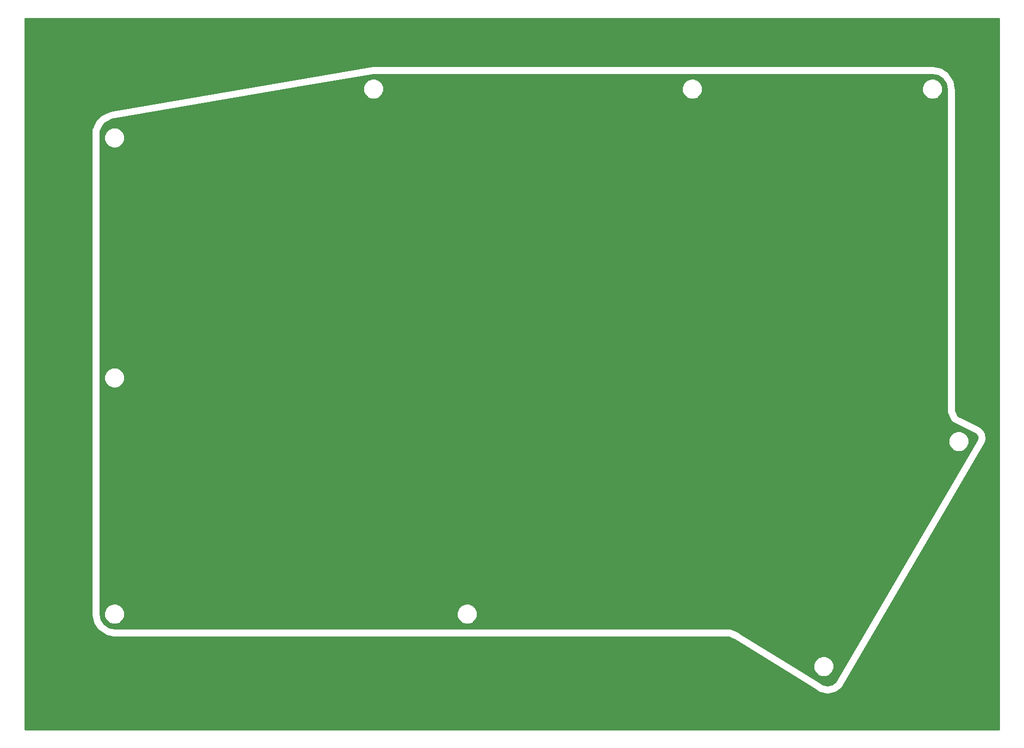
<source format=gbr>
G04 #@! TF.FileFunction,Copper,L2,Bot,Signal*
%FSLAX46Y46*%
G04 Gerber Fmt 4.6, Leading zero omitted, Abs format (unit mm)*
G04 Created by KiCad (PCBNEW 4.0.7) date 03/06/18 14:00:37*
%MOMM*%
%LPD*%
G01*
G04 APERTURE LIST*
%ADD10C,0.100000*%
%ADD11C,0.254000*%
G04 APERTURE END LIST*
D10*
D11*
G36*
X222123000Y-152273000D02*
X57277000Y-152273000D01*
X57277000Y-50800000D01*
X68505000Y-50800000D01*
X68505000Y-132715000D01*
X68518642Y-132783584D01*
X68518642Y-132853514D01*
X68760324Y-134068534D01*
X68841168Y-134263707D01*
X68866339Y-134324475D01*
X69554593Y-135354519D01*
X69750481Y-135550407D01*
X70780525Y-136238661D01*
X70855489Y-136269712D01*
X71036466Y-136344676D01*
X72251487Y-136586358D01*
X72321416Y-136586358D01*
X72390000Y-136600000D01*
X176362392Y-136600000D01*
X177453672Y-137145640D01*
X190750805Y-145377199D01*
X191614566Y-145954345D01*
X191870507Y-146060359D01*
X192901485Y-146265434D01*
X193178514Y-146265434D01*
X194209493Y-146060360D01*
X194465434Y-145954345D01*
X195339455Y-145370343D01*
X195354730Y-145355068D01*
X195374154Y-145345620D01*
X195452180Y-145257618D01*
X195535343Y-145174455D01*
X195543609Y-145154500D01*
X195557941Y-145138335D01*
X219687941Y-103863334D01*
X219718265Y-103775572D01*
X219759786Y-103692530D01*
X219906117Y-103158186D01*
X219911969Y-103075845D01*
X219925756Y-102881854D01*
X219856463Y-102332185D01*
X219788136Y-102127207D01*
X219768859Y-102069374D01*
X219494492Y-101588063D01*
X219342200Y-101412470D01*
X219312982Y-101378781D01*
X218875312Y-101039105D01*
X218812764Y-101007831D01*
X218757521Y-100964957D01*
X216217522Y-99694957D01*
X215159203Y-99165797D01*
X214705000Y-98257392D01*
X214705000Y-43815000D01*
X214691358Y-43746416D01*
X214691358Y-43676487D01*
X214449676Y-42461466D01*
X214343661Y-42205526D01*
X214343661Y-42205525D01*
X213655407Y-41175481D01*
X213459519Y-40979593D01*
X212429475Y-40291339D01*
X212173534Y-40185324D01*
X210958514Y-39943642D01*
X210888584Y-39943642D01*
X210820000Y-39930000D01*
X116205000Y-39930000D01*
X116145590Y-39941818D01*
X116085035Y-39940208D01*
X71635036Y-47560208D01*
X71537854Y-47597469D01*
X71437478Y-47624957D01*
X70167478Y-48259957D01*
X70077578Y-48329729D01*
X69982954Y-48392954D01*
X69347954Y-49027954D01*
X69284729Y-49122578D01*
X69214957Y-49212478D01*
X68579957Y-50482478D01*
X68573219Y-50507084D01*
X68559046Y-50528295D01*
X68536844Y-50639913D01*
X68506787Y-50749669D01*
X68509977Y-50774977D01*
X68505000Y-50800000D01*
X57277000Y-50800000D01*
X57277000Y-31877000D01*
X222123000Y-31877000D01*
X222123000Y-152273000D01*
X222123000Y-152273000D01*
G37*
X222123000Y-152273000D02*
X57277000Y-152273000D01*
X57277000Y-50800000D01*
X68505000Y-50800000D01*
X68505000Y-132715000D01*
X68518642Y-132783584D01*
X68518642Y-132853514D01*
X68760324Y-134068534D01*
X68841168Y-134263707D01*
X68866339Y-134324475D01*
X69554593Y-135354519D01*
X69750481Y-135550407D01*
X70780525Y-136238661D01*
X70855489Y-136269712D01*
X71036466Y-136344676D01*
X72251487Y-136586358D01*
X72321416Y-136586358D01*
X72390000Y-136600000D01*
X176362392Y-136600000D01*
X177453672Y-137145640D01*
X190750805Y-145377199D01*
X191614566Y-145954345D01*
X191870507Y-146060359D01*
X192901485Y-146265434D01*
X193178514Y-146265434D01*
X194209493Y-146060360D01*
X194465434Y-145954345D01*
X195339455Y-145370343D01*
X195354730Y-145355068D01*
X195374154Y-145345620D01*
X195452180Y-145257618D01*
X195535343Y-145174455D01*
X195543609Y-145154500D01*
X195557941Y-145138335D01*
X219687941Y-103863334D01*
X219718265Y-103775572D01*
X219759786Y-103692530D01*
X219906117Y-103158186D01*
X219911969Y-103075845D01*
X219925756Y-102881854D01*
X219856463Y-102332185D01*
X219788136Y-102127207D01*
X219768859Y-102069374D01*
X219494492Y-101588063D01*
X219342200Y-101412470D01*
X219312982Y-101378781D01*
X218875312Y-101039105D01*
X218812764Y-101007831D01*
X218757521Y-100964957D01*
X216217522Y-99694957D01*
X215159203Y-99165797D01*
X214705000Y-98257392D01*
X214705000Y-43815000D01*
X214691358Y-43746416D01*
X214691358Y-43676487D01*
X214449676Y-42461466D01*
X214343661Y-42205526D01*
X214343661Y-42205525D01*
X213655407Y-41175481D01*
X213459519Y-40979593D01*
X212429475Y-40291339D01*
X212173534Y-40185324D01*
X210958514Y-39943642D01*
X210888584Y-39943642D01*
X210820000Y-39930000D01*
X116205000Y-39930000D01*
X116145590Y-39941818D01*
X116085035Y-39940208D01*
X71635036Y-47560208D01*
X71537854Y-47597469D01*
X71437478Y-47624957D01*
X70167478Y-48259957D01*
X70077578Y-48329729D01*
X69982954Y-48392954D01*
X69347954Y-49027954D01*
X69284729Y-49122578D01*
X69214957Y-49212478D01*
X68579957Y-50482478D01*
X68573219Y-50507084D01*
X68559046Y-50528295D01*
X68536844Y-50639913D01*
X68506787Y-50749669D01*
X68509977Y-50774977D01*
X68505000Y-50800000D01*
X57277000Y-50800000D01*
X57277000Y-31877000D01*
X222123000Y-31877000D01*
X222123000Y-152273000D01*
G36*
X211757993Y-41550488D02*
X212553183Y-42081817D01*
X213084512Y-42877007D01*
X213285000Y-43884931D01*
X213285000Y-98425000D01*
X213289977Y-98450023D01*
X213286787Y-98475331D01*
X213316844Y-98585087D01*
X213339046Y-98696705D01*
X213353219Y-98717916D01*
X213359957Y-98742522D01*
X213994957Y-100012522D01*
X214049540Y-100082852D01*
X214093628Y-100160193D01*
X214133704Y-100191296D01*
X214164807Y-100231372D01*
X214242148Y-100275460D01*
X214312478Y-100330043D01*
X218059932Y-102203770D01*
X218330790Y-102413983D01*
X218465277Y-102649906D01*
X218499242Y-102919339D01*
X218414897Y-103227337D01*
X194414585Y-144280503D01*
X193793950Y-144695197D01*
X193040002Y-144845167D01*
X192286050Y-144695197D01*
X191529455Y-144189657D01*
X191517877Y-144184861D01*
X191508712Y-144176312D01*
X186889166Y-141316593D01*
X190659677Y-141316593D01*
X190669975Y-141632507D01*
X190669699Y-141948599D01*
X190681184Y-141976395D01*
X190682164Y-142006453D01*
X190902901Y-142539359D01*
X190915954Y-142544581D01*
X190933281Y-142586515D01*
X191420918Y-143075004D01*
X191465149Y-143093370D01*
X191470641Y-143107099D01*
X191766448Y-143218481D01*
X192058373Y-143339699D01*
X192088448Y-143339725D01*
X192116593Y-143350323D01*
X192432507Y-143340025D01*
X192748599Y-143340301D01*
X192776395Y-143328816D01*
X192806453Y-143327836D01*
X193339359Y-143107099D01*
X193344581Y-143094046D01*
X193386515Y-143076719D01*
X193875004Y-142589082D01*
X193893370Y-142544851D01*
X193907099Y-142539359D01*
X194018481Y-142243552D01*
X194139699Y-141951627D01*
X194139725Y-141921552D01*
X194150323Y-141893407D01*
X194140025Y-141577493D01*
X194140301Y-141261401D01*
X194128816Y-141233605D01*
X194127836Y-141203547D01*
X193907099Y-140670641D01*
X193894046Y-140665419D01*
X193876719Y-140623485D01*
X193389082Y-140134996D01*
X193344851Y-140116630D01*
X193339359Y-140102901D01*
X193043552Y-139991519D01*
X192751627Y-139870301D01*
X192721552Y-139870275D01*
X192693407Y-139859677D01*
X192377493Y-139869975D01*
X192061401Y-139869699D01*
X192033605Y-139881184D01*
X192003547Y-139882164D01*
X191470641Y-140102901D01*
X191465419Y-140115954D01*
X191423485Y-140133281D01*
X190934996Y-140620918D01*
X190916630Y-140665149D01*
X190902901Y-140670641D01*
X190791519Y-140966448D01*
X190670301Y-141258373D01*
X190670275Y-141288448D01*
X190659677Y-141316593D01*
X186889166Y-141316593D01*
X178173712Y-135921312D01*
X178143231Y-135909910D01*
X178117522Y-135889957D01*
X176847522Y-135254957D01*
X176822916Y-135248219D01*
X176801705Y-135234046D01*
X176690087Y-135211844D01*
X176580331Y-135181787D01*
X176555023Y-135184977D01*
X176530000Y-135180000D01*
X72459931Y-135180000D01*
X71452007Y-134979512D01*
X70656817Y-134448183D01*
X70125488Y-133652993D01*
X69925000Y-132645069D01*
X69925000Y-132426593D01*
X70644677Y-132426593D01*
X70654975Y-132742507D01*
X70654699Y-133058599D01*
X70666184Y-133086395D01*
X70667164Y-133116453D01*
X70887901Y-133649359D01*
X70900954Y-133654581D01*
X70918281Y-133696515D01*
X71405918Y-134185004D01*
X71450149Y-134203370D01*
X71455641Y-134217099D01*
X71751448Y-134328481D01*
X72043373Y-134449699D01*
X72073448Y-134449725D01*
X72101593Y-134460323D01*
X72417507Y-134450025D01*
X72733599Y-134450301D01*
X72761395Y-134438816D01*
X72791453Y-134437836D01*
X73324359Y-134217099D01*
X73329581Y-134204046D01*
X73371515Y-134186719D01*
X73860004Y-133699082D01*
X73878370Y-133654851D01*
X73892099Y-133649359D01*
X74003481Y-133353552D01*
X74124699Y-133061627D01*
X74124725Y-133031552D01*
X74135323Y-133003407D01*
X74125025Y-132687493D01*
X74125252Y-132426593D01*
X130334677Y-132426593D01*
X130344975Y-132742507D01*
X130344699Y-133058599D01*
X130356184Y-133086395D01*
X130357164Y-133116453D01*
X130577901Y-133649359D01*
X130590954Y-133654581D01*
X130608281Y-133696515D01*
X131095918Y-134185004D01*
X131140149Y-134203370D01*
X131145641Y-134217099D01*
X131441448Y-134328481D01*
X131733373Y-134449699D01*
X131763448Y-134449725D01*
X131791593Y-134460323D01*
X132107507Y-134450025D01*
X132423599Y-134450301D01*
X132451395Y-134438816D01*
X132481453Y-134437836D01*
X133014359Y-134217099D01*
X133019581Y-134204046D01*
X133061515Y-134186719D01*
X133550004Y-133699082D01*
X133568370Y-133654851D01*
X133582099Y-133649359D01*
X133693481Y-133353552D01*
X133814699Y-133061627D01*
X133814725Y-133031552D01*
X133825323Y-133003407D01*
X133815025Y-132687493D01*
X133815301Y-132371401D01*
X133803816Y-132343605D01*
X133802836Y-132313547D01*
X133582099Y-131780641D01*
X133569046Y-131775419D01*
X133551719Y-131733485D01*
X133064082Y-131244996D01*
X133019851Y-131226630D01*
X133014359Y-131212901D01*
X132718552Y-131101519D01*
X132426627Y-130980301D01*
X132396552Y-130980275D01*
X132368407Y-130969677D01*
X132052493Y-130979975D01*
X131736401Y-130979699D01*
X131708605Y-130991184D01*
X131678547Y-130992164D01*
X131145641Y-131212901D01*
X131140419Y-131225954D01*
X131098485Y-131243281D01*
X130609996Y-131730918D01*
X130591630Y-131775149D01*
X130577901Y-131780641D01*
X130466519Y-132076448D01*
X130345301Y-132368373D01*
X130345275Y-132398448D01*
X130334677Y-132426593D01*
X74125252Y-132426593D01*
X74125301Y-132371401D01*
X74113816Y-132343605D01*
X74112836Y-132313547D01*
X73892099Y-131780641D01*
X73879046Y-131775419D01*
X73861719Y-131733485D01*
X73374082Y-131244996D01*
X73329851Y-131226630D01*
X73324359Y-131212901D01*
X73028552Y-131101519D01*
X72736627Y-130980301D01*
X72706552Y-130980275D01*
X72678407Y-130969677D01*
X72362493Y-130979975D01*
X72046401Y-130979699D01*
X72018605Y-130991184D01*
X71988547Y-130992164D01*
X71455641Y-131212901D01*
X71450419Y-131225954D01*
X71408485Y-131243281D01*
X70919996Y-131730918D01*
X70901630Y-131775149D01*
X70887901Y-131780641D01*
X70776519Y-132076448D01*
X70655301Y-132368373D01*
X70655275Y-132398448D01*
X70644677Y-132426593D01*
X69925000Y-132426593D01*
X69925000Y-103216593D01*
X213519677Y-103216593D01*
X213529975Y-103532507D01*
X213529699Y-103848599D01*
X213541184Y-103876395D01*
X213542164Y-103906453D01*
X213762901Y-104439359D01*
X213775954Y-104444581D01*
X213793281Y-104486515D01*
X214280918Y-104975004D01*
X214325149Y-104993370D01*
X214330641Y-105007099D01*
X214626448Y-105118481D01*
X214918373Y-105239699D01*
X214948448Y-105239725D01*
X214976593Y-105250323D01*
X215292507Y-105240025D01*
X215608599Y-105240301D01*
X215636395Y-105228816D01*
X215666453Y-105227836D01*
X216199359Y-105007099D01*
X216204581Y-104994046D01*
X216246515Y-104976719D01*
X216735004Y-104489082D01*
X216753370Y-104444851D01*
X216767099Y-104439359D01*
X216878481Y-104143552D01*
X216999699Y-103851627D01*
X216999725Y-103821552D01*
X217010323Y-103793407D01*
X217000025Y-103477493D01*
X217000301Y-103161401D01*
X216988816Y-103133605D01*
X216987836Y-103103547D01*
X216767099Y-102570641D01*
X216754046Y-102565419D01*
X216736719Y-102523485D01*
X216249082Y-102034996D01*
X216204851Y-102016630D01*
X216199359Y-102002901D01*
X215903552Y-101891519D01*
X215611627Y-101770301D01*
X215581552Y-101770275D01*
X215553407Y-101759677D01*
X215237493Y-101769975D01*
X214921401Y-101769699D01*
X214893605Y-101781184D01*
X214863547Y-101782164D01*
X214330641Y-102002901D01*
X214325419Y-102015954D01*
X214283485Y-102033281D01*
X213794996Y-102520918D01*
X213776630Y-102565149D01*
X213762901Y-102570641D01*
X213651519Y-102866448D01*
X213530301Y-103158373D01*
X213530275Y-103188448D01*
X213519677Y-103216593D01*
X69925000Y-103216593D01*
X69925000Y-92421593D01*
X70644677Y-92421593D01*
X70654975Y-92737507D01*
X70654699Y-93053599D01*
X70666184Y-93081395D01*
X70667164Y-93111453D01*
X70887901Y-93644359D01*
X70900954Y-93649581D01*
X70918281Y-93691515D01*
X71405918Y-94180004D01*
X71450149Y-94198370D01*
X71455641Y-94212099D01*
X71751448Y-94323481D01*
X72043373Y-94444699D01*
X72073448Y-94444725D01*
X72101593Y-94455323D01*
X72417507Y-94445025D01*
X72733599Y-94445301D01*
X72761395Y-94433816D01*
X72791453Y-94432836D01*
X73324359Y-94212099D01*
X73329581Y-94199046D01*
X73371515Y-94181719D01*
X73860004Y-93694082D01*
X73878370Y-93649851D01*
X73892099Y-93644359D01*
X74003481Y-93348552D01*
X74124699Y-93056627D01*
X74124725Y-93026552D01*
X74135323Y-92998407D01*
X74125025Y-92682493D01*
X74125301Y-92366401D01*
X74113816Y-92338605D01*
X74112836Y-92308547D01*
X73892099Y-91775641D01*
X73879046Y-91770419D01*
X73861719Y-91728485D01*
X73374082Y-91239996D01*
X73329851Y-91221630D01*
X73324359Y-91207901D01*
X73028552Y-91096519D01*
X72736627Y-90975301D01*
X72706552Y-90975275D01*
X72678407Y-90964677D01*
X72362493Y-90974975D01*
X72046401Y-90974699D01*
X72018605Y-90986184D01*
X71988547Y-90987164D01*
X71455641Y-91207901D01*
X71450419Y-91220954D01*
X71408485Y-91238281D01*
X70919996Y-91725918D01*
X70901630Y-91770149D01*
X70887901Y-91775641D01*
X70776519Y-92071448D01*
X70655301Y-92363373D01*
X70655275Y-92393448D01*
X70644677Y-92421593D01*
X69925000Y-92421593D01*
X69925000Y-51781593D01*
X70644677Y-51781593D01*
X70654975Y-52097507D01*
X70654699Y-52413599D01*
X70666184Y-52441395D01*
X70667164Y-52471453D01*
X70887901Y-53004359D01*
X70900954Y-53009581D01*
X70918281Y-53051515D01*
X71405918Y-53540004D01*
X71450149Y-53558370D01*
X71455641Y-53572099D01*
X71751448Y-53683481D01*
X72043373Y-53804699D01*
X72073448Y-53804725D01*
X72101593Y-53815323D01*
X72417507Y-53805025D01*
X72733599Y-53805301D01*
X72761395Y-53793816D01*
X72791453Y-53792836D01*
X73324359Y-53572099D01*
X73329581Y-53559046D01*
X73371515Y-53541719D01*
X73860004Y-53054082D01*
X73878370Y-53009851D01*
X73892099Y-53004359D01*
X74003481Y-52708552D01*
X74124699Y-52416627D01*
X74124725Y-52386552D01*
X74135323Y-52358407D01*
X74125025Y-52042493D01*
X74125301Y-51726401D01*
X74113816Y-51698605D01*
X74112836Y-51668547D01*
X73892099Y-51135641D01*
X73879046Y-51130419D01*
X73861719Y-51088485D01*
X73374082Y-50599996D01*
X73329851Y-50581630D01*
X73324359Y-50567901D01*
X73028552Y-50456519D01*
X72736627Y-50335301D01*
X72706552Y-50335275D01*
X72678407Y-50324677D01*
X72362493Y-50334975D01*
X72046401Y-50334699D01*
X72018605Y-50346184D01*
X71988547Y-50347164D01*
X71455641Y-50567901D01*
X71450419Y-50580954D01*
X71408485Y-50598281D01*
X70919996Y-51085918D01*
X70901630Y-51130149D01*
X70887901Y-51135641D01*
X70776519Y-51431448D01*
X70655301Y-51723373D01*
X70655275Y-51753448D01*
X70644677Y-51781593D01*
X69925000Y-51781593D01*
X69925000Y-50967608D01*
X70433516Y-49950576D01*
X70905576Y-49478516D01*
X71978534Y-48942037D01*
X103568624Y-43526593D01*
X114459677Y-43526593D01*
X114469975Y-43842507D01*
X114469699Y-44158599D01*
X114481184Y-44186395D01*
X114482164Y-44216453D01*
X114702901Y-44749359D01*
X114715954Y-44754581D01*
X114733281Y-44796515D01*
X115220918Y-45285004D01*
X115265149Y-45303370D01*
X115270641Y-45317099D01*
X115566448Y-45428481D01*
X115858373Y-45549699D01*
X115888448Y-45549725D01*
X115916593Y-45560323D01*
X116232507Y-45550025D01*
X116548599Y-45550301D01*
X116576395Y-45538816D01*
X116606453Y-45537836D01*
X117139359Y-45317099D01*
X117144581Y-45304046D01*
X117186515Y-45286719D01*
X117675004Y-44799082D01*
X117693370Y-44754851D01*
X117707099Y-44749359D01*
X117818481Y-44453552D01*
X117939699Y-44161627D01*
X117939725Y-44131552D01*
X117950323Y-44103407D01*
X117940025Y-43787493D01*
X117940252Y-43526593D01*
X168434677Y-43526593D01*
X168444975Y-43842507D01*
X168444699Y-44158599D01*
X168456184Y-44186395D01*
X168457164Y-44216453D01*
X168677901Y-44749359D01*
X168690954Y-44754581D01*
X168708281Y-44796515D01*
X169195918Y-45285004D01*
X169240149Y-45303370D01*
X169245641Y-45317099D01*
X169541448Y-45428481D01*
X169833373Y-45549699D01*
X169863448Y-45549725D01*
X169891593Y-45560323D01*
X170207507Y-45550025D01*
X170523599Y-45550301D01*
X170551395Y-45538816D01*
X170581453Y-45537836D01*
X171114359Y-45317099D01*
X171119581Y-45304046D01*
X171161515Y-45286719D01*
X171650004Y-44799082D01*
X171668370Y-44754851D01*
X171682099Y-44749359D01*
X171793481Y-44453552D01*
X171914699Y-44161627D01*
X171914725Y-44131552D01*
X171925323Y-44103407D01*
X171915025Y-43787493D01*
X171915252Y-43526593D01*
X209074677Y-43526593D01*
X209084975Y-43842507D01*
X209084699Y-44158599D01*
X209096184Y-44186395D01*
X209097164Y-44216453D01*
X209317901Y-44749359D01*
X209330954Y-44754581D01*
X209348281Y-44796515D01*
X209835918Y-45285004D01*
X209880149Y-45303370D01*
X209885641Y-45317099D01*
X210181448Y-45428481D01*
X210473373Y-45549699D01*
X210503448Y-45549725D01*
X210531593Y-45560323D01*
X210847507Y-45550025D01*
X211163599Y-45550301D01*
X211191395Y-45538816D01*
X211221453Y-45537836D01*
X211754359Y-45317099D01*
X211759581Y-45304046D01*
X211801515Y-45286719D01*
X212290004Y-44799082D01*
X212308370Y-44754851D01*
X212322099Y-44749359D01*
X212433481Y-44453552D01*
X212554699Y-44161627D01*
X212554725Y-44131552D01*
X212565323Y-44103407D01*
X212555025Y-43787493D01*
X212555301Y-43471401D01*
X212543816Y-43443605D01*
X212542836Y-43413547D01*
X212322099Y-42880641D01*
X212309046Y-42875419D01*
X212291719Y-42833485D01*
X211804082Y-42344996D01*
X211759851Y-42326630D01*
X211754359Y-42312901D01*
X211458552Y-42201519D01*
X211166627Y-42080301D01*
X211136552Y-42080275D01*
X211108407Y-42069677D01*
X210792493Y-42079975D01*
X210476401Y-42079699D01*
X210448605Y-42091184D01*
X210418547Y-42092164D01*
X209885641Y-42312901D01*
X209880419Y-42325954D01*
X209838485Y-42343281D01*
X209349996Y-42830918D01*
X209331630Y-42875149D01*
X209317901Y-42880641D01*
X209206519Y-43176448D01*
X209085301Y-43468373D01*
X209085275Y-43498448D01*
X209074677Y-43526593D01*
X171915252Y-43526593D01*
X171915301Y-43471401D01*
X171903816Y-43443605D01*
X171902836Y-43413547D01*
X171682099Y-42880641D01*
X171669046Y-42875419D01*
X171651719Y-42833485D01*
X171164082Y-42344996D01*
X171119851Y-42326630D01*
X171114359Y-42312901D01*
X170818552Y-42201519D01*
X170526627Y-42080301D01*
X170496552Y-42080275D01*
X170468407Y-42069677D01*
X170152493Y-42079975D01*
X169836401Y-42079699D01*
X169808605Y-42091184D01*
X169778547Y-42092164D01*
X169245641Y-42312901D01*
X169240419Y-42325954D01*
X169198485Y-42343281D01*
X168709996Y-42830918D01*
X168691630Y-42875149D01*
X168677901Y-42880641D01*
X168566519Y-43176448D01*
X168445301Y-43468373D01*
X168445275Y-43498448D01*
X168434677Y-43526593D01*
X117940252Y-43526593D01*
X117940301Y-43471401D01*
X117928816Y-43443605D01*
X117927836Y-43413547D01*
X117707099Y-42880641D01*
X117694046Y-42875419D01*
X117676719Y-42833485D01*
X117189082Y-42344996D01*
X117144851Y-42326630D01*
X117139359Y-42312901D01*
X116843552Y-42201519D01*
X116551627Y-42080301D01*
X116521552Y-42080275D01*
X116493407Y-42069677D01*
X116177493Y-42079975D01*
X115861401Y-42079699D01*
X115833605Y-42091184D01*
X115803547Y-42092164D01*
X115270641Y-42312901D01*
X115265419Y-42325954D01*
X115223485Y-42343281D01*
X114734996Y-42830918D01*
X114716630Y-42875149D01*
X114702901Y-42880641D01*
X114591519Y-43176448D01*
X114470301Y-43468373D01*
X114470275Y-43498448D01*
X114459677Y-43526593D01*
X103568624Y-43526593D01*
X116265417Y-41350000D01*
X210750069Y-41350000D01*
X211757993Y-41550488D01*
X211757993Y-41550488D01*
G37*
X211757993Y-41550488D02*
X212553183Y-42081817D01*
X213084512Y-42877007D01*
X213285000Y-43884931D01*
X213285000Y-98425000D01*
X213289977Y-98450023D01*
X213286787Y-98475331D01*
X213316844Y-98585087D01*
X213339046Y-98696705D01*
X213353219Y-98717916D01*
X213359957Y-98742522D01*
X213994957Y-100012522D01*
X214049540Y-100082852D01*
X214093628Y-100160193D01*
X214133704Y-100191296D01*
X214164807Y-100231372D01*
X214242148Y-100275460D01*
X214312478Y-100330043D01*
X218059932Y-102203770D01*
X218330790Y-102413983D01*
X218465277Y-102649906D01*
X218499242Y-102919339D01*
X218414897Y-103227337D01*
X194414585Y-144280503D01*
X193793950Y-144695197D01*
X193040002Y-144845167D01*
X192286050Y-144695197D01*
X191529455Y-144189657D01*
X191517877Y-144184861D01*
X191508712Y-144176312D01*
X186889166Y-141316593D01*
X190659677Y-141316593D01*
X190669975Y-141632507D01*
X190669699Y-141948599D01*
X190681184Y-141976395D01*
X190682164Y-142006453D01*
X190902901Y-142539359D01*
X190915954Y-142544581D01*
X190933281Y-142586515D01*
X191420918Y-143075004D01*
X191465149Y-143093370D01*
X191470641Y-143107099D01*
X191766448Y-143218481D01*
X192058373Y-143339699D01*
X192088448Y-143339725D01*
X192116593Y-143350323D01*
X192432507Y-143340025D01*
X192748599Y-143340301D01*
X192776395Y-143328816D01*
X192806453Y-143327836D01*
X193339359Y-143107099D01*
X193344581Y-143094046D01*
X193386515Y-143076719D01*
X193875004Y-142589082D01*
X193893370Y-142544851D01*
X193907099Y-142539359D01*
X194018481Y-142243552D01*
X194139699Y-141951627D01*
X194139725Y-141921552D01*
X194150323Y-141893407D01*
X194140025Y-141577493D01*
X194140301Y-141261401D01*
X194128816Y-141233605D01*
X194127836Y-141203547D01*
X193907099Y-140670641D01*
X193894046Y-140665419D01*
X193876719Y-140623485D01*
X193389082Y-140134996D01*
X193344851Y-140116630D01*
X193339359Y-140102901D01*
X193043552Y-139991519D01*
X192751627Y-139870301D01*
X192721552Y-139870275D01*
X192693407Y-139859677D01*
X192377493Y-139869975D01*
X192061401Y-139869699D01*
X192033605Y-139881184D01*
X192003547Y-139882164D01*
X191470641Y-140102901D01*
X191465419Y-140115954D01*
X191423485Y-140133281D01*
X190934996Y-140620918D01*
X190916630Y-140665149D01*
X190902901Y-140670641D01*
X190791519Y-140966448D01*
X190670301Y-141258373D01*
X190670275Y-141288448D01*
X190659677Y-141316593D01*
X186889166Y-141316593D01*
X178173712Y-135921312D01*
X178143231Y-135909910D01*
X178117522Y-135889957D01*
X176847522Y-135254957D01*
X176822916Y-135248219D01*
X176801705Y-135234046D01*
X176690087Y-135211844D01*
X176580331Y-135181787D01*
X176555023Y-135184977D01*
X176530000Y-135180000D01*
X72459931Y-135180000D01*
X71452007Y-134979512D01*
X70656817Y-134448183D01*
X70125488Y-133652993D01*
X69925000Y-132645069D01*
X69925000Y-132426593D01*
X70644677Y-132426593D01*
X70654975Y-132742507D01*
X70654699Y-133058599D01*
X70666184Y-133086395D01*
X70667164Y-133116453D01*
X70887901Y-133649359D01*
X70900954Y-133654581D01*
X70918281Y-133696515D01*
X71405918Y-134185004D01*
X71450149Y-134203370D01*
X71455641Y-134217099D01*
X71751448Y-134328481D01*
X72043373Y-134449699D01*
X72073448Y-134449725D01*
X72101593Y-134460323D01*
X72417507Y-134450025D01*
X72733599Y-134450301D01*
X72761395Y-134438816D01*
X72791453Y-134437836D01*
X73324359Y-134217099D01*
X73329581Y-134204046D01*
X73371515Y-134186719D01*
X73860004Y-133699082D01*
X73878370Y-133654851D01*
X73892099Y-133649359D01*
X74003481Y-133353552D01*
X74124699Y-133061627D01*
X74124725Y-133031552D01*
X74135323Y-133003407D01*
X74125025Y-132687493D01*
X74125252Y-132426593D01*
X130334677Y-132426593D01*
X130344975Y-132742507D01*
X130344699Y-133058599D01*
X130356184Y-133086395D01*
X130357164Y-133116453D01*
X130577901Y-133649359D01*
X130590954Y-133654581D01*
X130608281Y-133696515D01*
X131095918Y-134185004D01*
X131140149Y-134203370D01*
X131145641Y-134217099D01*
X131441448Y-134328481D01*
X131733373Y-134449699D01*
X131763448Y-134449725D01*
X131791593Y-134460323D01*
X132107507Y-134450025D01*
X132423599Y-134450301D01*
X132451395Y-134438816D01*
X132481453Y-134437836D01*
X133014359Y-134217099D01*
X133019581Y-134204046D01*
X133061515Y-134186719D01*
X133550004Y-133699082D01*
X133568370Y-133654851D01*
X133582099Y-133649359D01*
X133693481Y-133353552D01*
X133814699Y-133061627D01*
X133814725Y-133031552D01*
X133825323Y-133003407D01*
X133815025Y-132687493D01*
X133815301Y-132371401D01*
X133803816Y-132343605D01*
X133802836Y-132313547D01*
X133582099Y-131780641D01*
X133569046Y-131775419D01*
X133551719Y-131733485D01*
X133064082Y-131244996D01*
X133019851Y-131226630D01*
X133014359Y-131212901D01*
X132718552Y-131101519D01*
X132426627Y-130980301D01*
X132396552Y-130980275D01*
X132368407Y-130969677D01*
X132052493Y-130979975D01*
X131736401Y-130979699D01*
X131708605Y-130991184D01*
X131678547Y-130992164D01*
X131145641Y-131212901D01*
X131140419Y-131225954D01*
X131098485Y-131243281D01*
X130609996Y-131730918D01*
X130591630Y-131775149D01*
X130577901Y-131780641D01*
X130466519Y-132076448D01*
X130345301Y-132368373D01*
X130345275Y-132398448D01*
X130334677Y-132426593D01*
X74125252Y-132426593D01*
X74125301Y-132371401D01*
X74113816Y-132343605D01*
X74112836Y-132313547D01*
X73892099Y-131780641D01*
X73879046Y-131775419D01*
X73861719Y-131733485D01*
X73374082Y-131244996D01*
X73329851Y-131226630D01*
X73324359Y-131212901D01*
X73028552Y-131101519D01*
X72736627Y-130980301D01*
X72706552Y-130980275D01*
X72678407Y-130969677D01*
X72362493Y-130979975D01*
X72046401Y-130979699D01*
X72018605Y-130991184D01*
X71988547Y-130992164D01*
X71455641Y-131212901D01*
X71450419Y-131225954D01*
X71408485Y-131243281D01*
X70919996Y-131730918D01*
X70901630Y-131775149D01*
X70887901Y-131780641D01*
X70776519Y-132076448D01*
X70655301Y-132368373D01*
X70655275Y-132398448D01*
X70644677Y-132426593D01*
X69925000Y-132426593D01*
X69925000Y-103216593D01*
X213519677Y-103216593D01*
X213529975Y-103532507D01*
X213529699Y-103848599D01*
X213541184Y-103876395D01*
X213542164Y-103906453D01*
X213762901Y-104439359D01*
X213775954Y-104444581D01*
X213793281Y-104486515D01*
X214280918Y-104975004D01*
X214325149Y-104993370D01*
X214330641Y-105007099D01*
X214626448Y-105118481D01*
X214918373Y-105239699D01*
X214948448Y-105239725D01*
X214976593Y-105250323D01*
X215292507Y-105240025D01*
X215608599Y-105240301D01*
X215636395Y-105228816D01*
X215666453Y-105227836D01*
X216199359Y-105007099D01*
X216204581Y-104994046D01*
X216246515Y-104976719D01*
X216735004Y-104489082D01*
X216753370Y-104444851D01*
X216767099Y-104439359D01*
X216878481Y-104143552D01*
X216999699Y-103851627D01*
X216999725Y-103821552D01*
X217010323Y-103793407D01*
X217000025Y-103477493D01*
X217000301Y-103161401D01*
X216988816Y-103133605D01*
X216987836Y-103103547D01*
X216767099Y-102570641D01*
X216754046Y-102565419D01*
X216736719Y-102523485D01*
X216249082Y-102034996D01*
X216204851Y-102016630D01*
X216199359Y-102002901D01*
X215903552Y-101891519D01*
X215611627Y-101770301D01*
X215581552Y-101770275D01*
X215553407Y-101759677D01*
X215237493Y-101769975D01*
X214921401Y-101769699D01*
X214893605Y-101781184D01*
X214863547Y-101782164D01*
X214330641Y-102002901D01*
X214325419Y-102015954D01*
X214283485Y-102033281D01*
X213794996Y-102520918D01*
X213776630Y-102565149D01*
X213762901Y-102570641D01*
X213651519Y-102866448D01*
X213530301Y-103158373D01*
X213530275Y-103188448D01*
X213519677Y-103216593D01*
X69925000Y-103216593D01*
X69925000Y-92421593D01*
X70644677Y-92421593D01*
X70654975Y-92737507D01*
X70654699Y-93053599D01*
X70666184Y-93081395D01*
X70667164Y-93111453D01*
X70887901Y-93644359D01*
X70900954Y-93649581D01*
X70918281Y-93691515D01*
X71405918Y-94180004D01*
X71450149Y-94198370D01*
X71455641Y-94212099D01*
X71751448Y-94323481D01*
X72043373Y-94444699D01*
X72073448Y-94444725D01*
X72101593Y-94455323D01*
X72417507Y-94445025D01*
X72733599Y-94445301D01*
X72761395Y-94433816D01*
X72791453Y-94432836D01*
X73324359Y-94212099D01*
X73329581Y-94199046D01*
X73371515Y-94181719D01*
X73860004Y-93694082D01*
X73878370Y-93649851D01*
X73892099Y-93644359D01*
X74003481Y-93348552D01*
X74124699Y-93056627D01*
X74124725Y-93026552D01*
X74135323Y-92998407D01*
X74125025Y-92682493D01*
X74125301Y-92366401D01*
X74113816Y-92338605D01*
X74112836Y-92308547D01*
X73892099Y-91775641D01*
X73879046Y-91770419D01*
X73861719Y-91728485D01*
X73374082Y-91239996D01*
X73329851Y-91221630D01*
X73324359Y-91207901D01*
X73028552Y-91096519D01*
X72736627Y-90975301D01*
X72706552Y-90975275D01*
X72678407Y-90964677D01*
X72362493Y-90974975D01*
X72046401Y-90974699D01*
X72018605Y-90986184D01*
X71988547Y-90987164D01*
X71455641Y-91207901D01*
X71450419Y-91220954D01*
X71408485Y-91238281D01*
X70919996Y-91725918D01*
X70901630Y-91770149D01*
X70887901Y-91775641D01*
X70776519Y-92071448D01*
X70655301Y-92363373D01*
X70655275Y-92393448D01*
X70644677Y-92421593D01*
X69925000Y-92421593D01*
X69925000Y-51781593D01*
X70644677Y-51781593D01*
X70654975Y-52097507D01*
X70654699Y-52413599D01*
X70666184Y-52441395D01*
X70667164Y-52471453D01*
X70887901Y-53004359D01*
X70900954Y-53009581D01*
X70918281Y-53051515D01*
X71405918Y-53540004D01*
X71450149Y-53558370D01*
X71455641Y-53572099D01*
X71751448Y-53683481D01*
X72043373Y-53804699D01*
X72073448Y-53804725D01*
X72101593Y-53815323D01*
X72417507Y-53805025D01*
X72733599Y-53805301D01*
X72761395Y-53793816D01*
X72791453Y-53792836D01*
X73324359Y-53572099D01*
X73329581Y-53559046D01*
X73371515Y-53541719D01*
X73860004Y-53054082D01*
X73878370Y-53009851D01*
X73892099Y-53004359D01*
X74003481Y-52708552D01*
X74124699Y-52416627D01*
X74124725Y-52386552D01*
X74135323Y-52358407D01*
X74125025Y-52042493D01*
X74125301Y-51726401D01*
X74113816Y-51698605D01*
X74112836Y-51668547D01*
X73892099Y-51135641D01*
X73879046Y-51130419D01*
X73861719Y-51088485D01*
X73374082Y-50599996D01*
X73329851Y-50581630D01*
X73324359Y-50567901D01*
X73028552Y-50456519D01*
X72736627Y-50335301D01*
X72706552Y-50335275D01*
X72678407Y-50324677D01*
X72362493Y-50334975D01*
X72046401Y-50334699D01*
X72018605Y-50346184D01*
X71988547Y-50347164D01*
X71455641Y-50567901D01*
X71450419Y-50580954D01*
X71408485Y-50598281D01*
X70919996Y-51085918D01*
X70901630Y-51130149D01*
X70887901Y-51135641D01*
X70776519Y-51431448D01*
X70655301Y-51723373D01*
X70655275Y-51753448D01*
X70644677Y-51781593D01*
X69925000Y-51781593D01*
X69925000Y-50967608D01*
X70433516Y-49950576D01*
X70905576Y-49478516D01*
X71978534Y-48942037D01*
X103568624Y-43526593D01*
X114459677Y-43526593D01*
X114469975Y-43842507D01*
X114469699Y-44158599D01*
X114481184Y-44186395D01*
X114482164Y-44216453D01*
X114702901Y-44749359D01*
X114715954Y-44754581D01*
X114733281Y-44796515D01*
X115220918Y-45285004D01*
X115265149Y-45303370D01*
X115270641Y-45317099D01*
X115566448Y-45428481D01*
X115858373Y-45549699D01*
X115888448Y-45549725D01*
X115916593Y-45560323D01*
X116232507Y-45550025D01*
X116548599Y-45550301D01*
X116576395Y-45538816D01*
X116606453Y-45537836D01*
X117139359Y-45317099D01*
X117144581Y-45304046D01*
X117186515Y-45286719D01*
X117675004Y-44799082D01*
X117693370Y-44754851D01*
X117707099Y-44749359D01*
X117818481Y-44453552D01*
X117939699Y-44161627D01*
X117939725Y-44131552D01*
X117950323Y-44103407D01*
X117940025Y-43787493D01*
X117940252Y-43526593D01*
X168434677Y-43526593D01*
X168444975Y-43842507D01*
X168444699Y-44158599D01*
X168456184Y-44186395D01*
X168457164Y-44216453D01*
X168677901Y-44749359D01*
X168690954Y-44754581D01*
X168708281Y-44796515D01*
X169195918Y-45285004D01*
X169240149Y-45303370D01*
X169245641Y-45317099D01*
X169541448Y-45428481D01*
X169833373Y-45549699D01*
X169863448Y-45549725D01*
X169891593Y-45560323D01*
X170207507Y-45550025D01*
X170523599Y-45550301D01*
X170551395Y-45538816D01*
X170581453Y-45537836D01*
X171114359Y-45317099D01*
X171119581Y-45304046D01*
X171161515Y-45286719D01*
X171650004Y-44799082D01*
X171668370Y-44754851D01*
X171682099Y-44749359D01*
X171793481Y-44453552D01*
X171914699Y-44161627D01*
X171914725Y-44131552D01*
X171925323Y-44103407D01*
X171915025Y-43787493D01*
X171915252Y-43526593D01*
X209074677Y-43526593D01*
X209084975Y-43842507D01*
X209084699Y-44158599D01*
X209096184Y-44186395D01*
X209097164Y-44216453D01*
X209317901Y-44749359D01*
X209330954Y-44754581D01*
X209348281Y-44796515D01*
X209835918Y-45285004D01*
X209880149Y-45303370D01*
X209885641Y-45317099D01*
X210181448Y-45428481D01*
X210473373Y-45549699D01*
X210503448Y-45549725D01*
X210531593Y-45560323D01*
X210847507Y-45550025D01*
X211163599Y-45550301D01*
X211191395Y-45538816D01*
X211221453Y-45537836D01*
X211754359Y-45317099D01*
X211759581Y-45304046D01*
X211801515Y-45286719D01*
X212290004Y-44799082D01*
X212308370Y-44754851D01*
X212322099Y-44749359D01*
X212433481Y-44453552D01*
X212554699Y-44161627D01*
X212554725Y-44131552D01*
X212565323Y-44103407D01*
X212555025Y-43787493D01*
X212555301Y-43471401D01*
X212543816Y-43443605D01*
X212542836Y-43413547D01*
X212322099Y-42880641D01*
X212309046Y-42875419D01*
X212291719Y-42833485D01*
X211804082Y-42344996D01*
X211759851Y-42326630D01*
X211754359Y-42312901D01*
X211458552Y-42201519D01*
X211166627Y-42080301D01*
X211136552Y-42080275D01*
X211108407Y-42069677D01*
X210792493Y-42079975D01*
X210476401Y-42079699D01*
X210448605Y-42091184D01*
X210418547Y-42092164D01*
X209885641Y-42312901D01*
X209880419Y-42325954D01*
X209838485Y-42343281D01*
X209349996Y-42830918D01*
X209331630Y-42875149D01*
X209317901Y-42880641D01*
X209206519Y-43176448D01*
X209085301Y-43468373D01*
X209085275Y-43498448D01*
X209074677Y-43526593D01*
X171915252Y-43526593D01*
X171915301Y-43471401D01*
X171903816Y-43443605D01*
X171902836Y-43413547D01*
X171682099Y-42880641D01*
X171669046Y-42875419D01*
X171651719Y-42833485D01*
X171164082Y-42344996D01*
X171119851Y-42326630D01*
X171114359Y-42312901D01*
X170818552Y-42201519D01*
X170526627Y-42080301D01*
X170496552Y-42080275D01*
X170468407Y-42069677D01*
X170152493Y-42079975D01*
X169836401Y-42079699D01*
X169808605Y-42091184D01*
X169778547Y-42092164D01*
X169245641Y-42312901D01*
X169240419Y-42325954D01*
X169198485Y-42343281D01*
X168709996Y-42830918D01*
X168691630Y-42875149D01*
X168677901Y-42880641D01*
X168566519Y-43176448D01*
X168445301Y-43468373D01*
X168445275Y-43498448D01*
X168434677Y-43526593D01*
X117940252Y-43526593D01*
X117940301Y-43471401D01*
X117928816Y-43443605D01*
X117927836Y-43413547D01*
X117707099Y-42880641D01*
X117694046Y-42875419D01*
X117676719Y-42833485D01*
X117189082Y-42344996D01*
X117144851Y-42326630D01*
X117139359Y-42312901D01*
X116843552Y-42201519D01*
X116551627Y-42080301D01*
X116521552Y-42080275D01*
X116493407Y-42069677D01*
X116177493Y-42079975D01*
X115861401Y-42079699D01*
X115833605Y-42091184D01*
X115803547Y-42092164D01*
X115270641Y-42312901D01*
X115265419Y-42325954D01*
X115223485Y-42343281D01*
X114734996Y-42830918D01*
X114716630Y-42875149D01*
X114702901Y-42880641D01*
X114591519Y-43176448D01*
X114470301Y-43468373D01*
X114470275Y-43498448D01*
X114459677Y-43526593D01*
X103568624Y-43526593D01*
X116265417Y-41350000D01*
X210750069Y-41350000D01*
X211757993Y-41550488D01*
M02*

</source>
